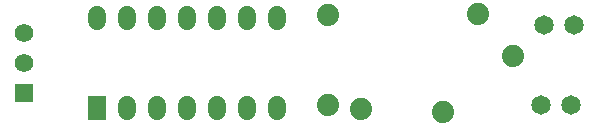
<source format=gtl>
G04 Layer: TopLayer*
G04 EasyEDA v6.5.1, 2022-03-29 12:07:46*
G04 01ad9fd2e89e4baf9ce80d721134fb59,30f33cc809fd450ca7eb4ca7eccbfc45,10*
G04 Gerber Generator version 0.2*
G04 Scale: 100 percent, Rotated: No, Reflected: No *
G04 Dimensions in millimeters *
G04 leading zeros omitted , absolute positions ,4 integer and 5 decimal *
%FSLAX45Y45*%
%MOMM*%

%ADD11R,1.5748X1.5748*%
%ADD12C,1.5748*%
%ADD13C,1.6510*%
%ADD14C,1.8796*%
%ADD16C,1.5000*%

%LPD*%
D11*
G01*
X939800Y4559300D03*
D12*
G01*
X939800Y4813300D03*
G01*
X939800Y5067300D03*
D13*
G01*
X5575300Y4457700D03*
G01*
X5321300Y4457700D03*
G01*
X5346700Y5130800D03*
G01*
X5600700Y5130800D03*
D14*
G01*
X3517900Y4457700D03*
G01*
X3517900Y5219700D03*
G01*
X5083987Y4875276D03*
G01*
X4491812Y4395723D03*
G01*
X3799103Y4426381D03*
G01*
X4786096Y5225618D03*
G36*
X1487098Y4532299D02*
G01*
X1637101Y4532299D01*
X1637101Y4332300D01*
X1487098Y4332300D01*
G37*
D16*
X1816100Y4457298D02*
G01*
X1816100Y4407298D01*
X2070100Y4457298D02*
G01*
X2070100Y4407298D01*
X2324100Y4457298D02*
G01*
X2324100Y4407298D01*
X2578100Y4457298D02*
G01*
X2578100Y4407298D01*
X2832100Y4457298D02*
G01*
X2832100Y4407298D01*
X3086100Y4457298D02*
G01*
X3086100Y4407298D01*
X1562100Y5219298D02*
G01*
X1562100Y5169298D01*
X1816100Y5219298D02*
G01*
X1816100Y5169298D01*
X2070100Y5219298D02*
G01*
X2070100Y5169298D01*
X2324100Y5219298D02*
G01*
X2324100Y5169298D01*
X2578100Y5219298D02*
G01*
X2578100Y5169298D01*
X2832100Y5219298D02*
G01*
X2832100Y5169298D01*
X3086100Y5219298D02*
G01*
X3086100Y5169298D01*
M02*

</source>
